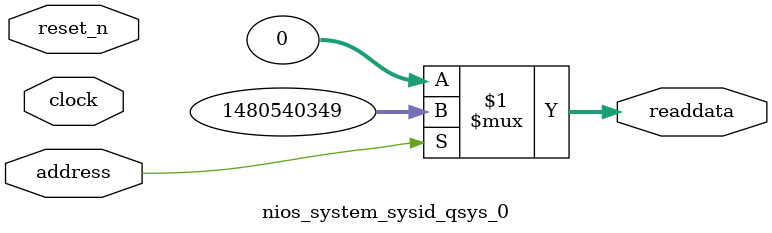
<source format=v>



// synthesis translate_off
`timescale 1ns / 1ps
// synthesis translate_on

// turn off superfluous verilog processor warnings 
// altera message_level Level1 
// altera message_off 10034 10035 10036 10037 10230 10240 10030 

module nios_system_sysid_qsys_0 (
               // inputs:
                address,
                clock,
                reset_n,

               // outputs:
                readdata
             )
;

  output  [ 31: 0] readdata;
  input            address;
  input            clock;
  input            reset_n;

  wire    [ 31: 0] readdata;
  //control_slave, which is an e_avalon_slave
  assign readdata = address ? 1480540349 : 0;

endmodule



</source>
